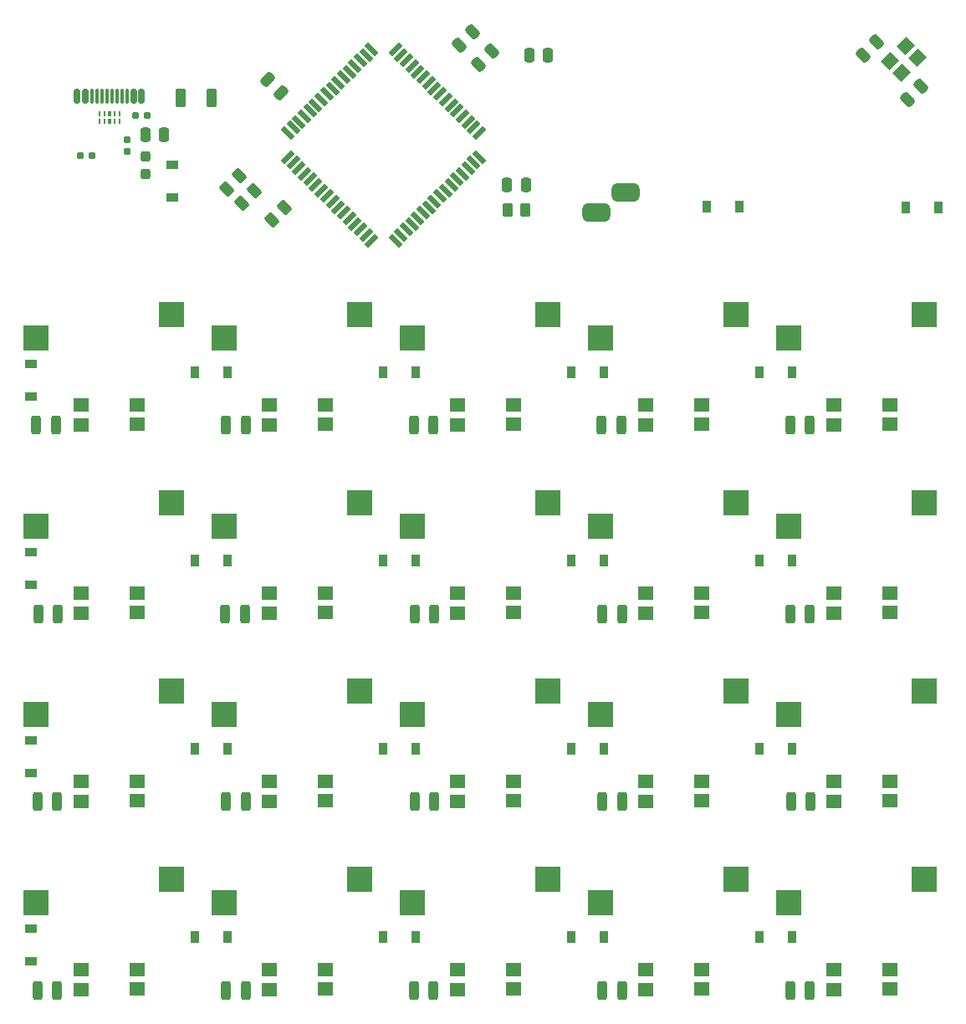
<source format=gbr>
%TF.GenerationSoftware,KiCad,Pcbnew,(6.0.4)*%
%TF.CreationDate,2022-05-25T20:16:13+02:00*%
%TF.ProjectId,MacroBoard-rounded,4d616372-6f42-46f6-9172-642d726f756e,rev?*%
%TF.SameCoordinates,Original*%
%TF.FileFunction,Paste,Bot*%
%TF.FilePolarity,Positive*%
%FSLAX46Y46*%
G04 Gerber Fmt 4.6, Leading zero omitted, Abs format (unit mm)*
G04 Created by KiCad (PCBNEW (6.0.4)) date 2022-05-25 20:16:13*
%MOMM*%
%LPD*%
G01*
G04 APERTURE LIST*
G04 Aperture macros list*
%AMRoundRect*
0 Rectangle with rounded corners*
0 $1 Rounding radius*
0 $2 $3 $4 $5 $6 $7 $8 $9 X,Y pos of 4 corners*
0 Add a 4 corners polygon primitive as box body*
4,1,4,$2,$3,$4,$5,$6,$7,$8,$9,$2,$3,0*
0 Add four circle primitives for the rounded corners*
1,1,$1+$1,$2,$3*
1,1,$1+$1,$4,$5*
1,1,$1+$1,$6,$7*
1,1,$1+$1,$8,$9*
0 Add four rect primitives between the rounded corners*
20,1,$1+$1,$2,$3,$4,$5,0*
20,1,$1+$1,$4,$5,$6,$7,0*
20,1,$1+$1,$6,$7,$8,$9,0*
20,1,$1+$1,$8,$9,$2,$3,0*%
%AMRotRect*
0 Rectangle, with rotation*
0 The origin of the aperture is its center*
0 $1 length*
0 $2 width*
0 $3 Rotation angle, in degrees counterclockwise*
0 Add horizontal line*
21,1,$1,$2,0,0,$3*%
G04 Aperture macros list end*
%ADD10R,1.600000X1.400000*%
%ADD11R,1.600000X1.420000*%
%ADD12R,1.600000X1.380000*%
%ADD13R,2.550000X2.500000*%
%ADD14RoundRect,0.250000X0.250000X0.700000X-0.250000X0.700000X-0.250000X-0.700000X0.250000X-0.700000X0*%
%ADD15R,0.900000X1.200000*%
%ADD16RoundRect,0.160000X0.197500X0.160000X-0.197500X0.160000X-0.197500X-0.160000X0.197500X-0.160000X0*%
%ADD17R,1.200000X0.900000*%
%ADD18RotRect,1.400000X1.200000X225.000000*%
%ADD19RoundRect,0.250000X0.512652X0.159099X0.159099X0.512652X-0.512652X-0.159099X-0.159099X-0.512652X0*%
%ADD20RoundRect,0.250000X-0.250000X-0.475000X0.250000X-0.475000X0.250000X0.475000X-0.250000X0.475000X0*%
%ADD21RoundRect,0.160000X-0.197500X-0.160000X0.197500X-0.160000X0.197500X0.160000X-0.197500X0.160000X0*%
%ADD22RoundRect,0.450000X0.950000X0.450000X-0.950000X0.450000X-0.950000X-0.450000X0.950000X-0.450000X0*%
%ADD23RoundRect,0.250000X0.275000X0.700000X-0.275000X0.700000X-0.275000X-0.700000X0.275000X-0.700000X0*%
%ADD24RoundRect,0.150000X-0.150000X-0.575000X0.150000X-0.575000X0.150000X0.575000X-0.150000X0.575000X0*%
%ADD25RoundRect,0.075000X-0.075000X-0.650000X0.075000X-0.650000X0.075000X0.650000X-0.075000X0.650000X0*%
%ADD26RoundRect,0.160000X-0.160000X0.197500X-0.160000X-0.197500X0.160000X-0.197500X0.160000X0.197500X0*%
%ADD27RoundRect,0.125000X0.000000X0.150000X0.000000X0.150000X0.000000X-0.150000X0.000000X-0.150000X0*%
%ADD28R,0.250000X0.550000*%
%ADD29R,0.300000X0.550000*%
%ADD30RoundRect,0.250000X0.159099X-0.512652X0.512652X-0.159099X-0.159099X0.512652X-0.512652X0.159099X0*%
%ADD31RoundRect,0.250000X0.132583X-0.503814X0.503814X-0.132583X-0.132583X0.503814X-0.503814X0.132583X0*%
%ADD32RoundRect,0.237500X-0.237500X0.287500X-0.237500X-0.287500X0.237500X-0.287500X0.237500X0.287500X0*%
%ADD33RoundRect,0.250000X-0.159099X0.512652X-0.512652X0.159099X0.159099X-0.512652X0.512652X-0.159099X0*%
%ADD34RoundRect,0.250000X-0.132583X0.503814X-0.503814X0.132583X0.132583X-0.503814X0.503814X-0.132583X0*%
%ADD35RotRect,1.500000X0.550000X225.000000*%
%ADD36RotRect,1.500000X0.550000X135.000000*%
%ADD37RoundRect,0.250000X-0.262500X-0.450000X0.262500X-0.450000X0.262500X0.450000X-0.262500X0.450000X0*%
G04 APERTURE END LIST*
D10*
%TO.C,D21*%
X83762500Y-71147500D03*
D11*
X83762500Y-69157500D03*
D10*
X78162500Y-69157500D03*
D12*
X78162500Y-71157500D03*
%TD*%
D13*
%TO.C,MX10*%
X125352500Y-79057500D03*
X111622500Y-81477500D03*
%TD*%
D10*
%TO.C,D37*%
X159962500Y-71147500D03*
D11*
X159962494Y-69157494D03*
D10*
X154362500Y-69157500D03*
D12*
X154362500Y-71157500D03*
%TD*%
D13*
%TO.C,MX18*%
X163452500Y-79057500D03*
X149722500Y-81477500D03*
%TD*%
%TO.C,MX5*%
X106302500Y-60007500D03*
X92572500Y-62427500D03*
%TD*%
D10*
%TO.C,D32*%
X121862500Y-128297500D03*
D11*
X121862500Y-126307500D03*
D10*
X116262500Y-126307500D03*
D12*
X116262500Y-128307500D03*
%TD*%
D10*
%TO.C,D34*%
X140912500Y-90197500D03*
D11*
X140912500Y-88207500D03*
D10*
X135312500Y-88207500D03*
D12*
X135312500Y-90207500D03*
%TD*%
D10*
%TO.C,D23*%
X83762500Y-109247500D03*
D11*
X83762500Y-107257500D03*
D10*
X78162500Y-107257500D03*
D12*
X78162500Y-109257500D03*
%TD*%
D10*
%TO.C,D25*%
X102812500Y-71147500D03*
D11*
X102812500Y-69157500D03*
D10*
X97212500Y-69157500D03*
D12*
X97212500Y-71157500D03*
%TD*%
D13*
%TO.C,MX20*%
X163452500Y-117157500D03*
X149722500Y-119577500D03*
%TD*%
%TO.C,MX2*%
X87252500Y-79057500D03*
X73522500Y-81477500D03*
%TD*%
%TO.C,MX7*%
X106302500Y-98107500D03*
X92572500Y-100527500D03*
%TD*%
%TO.C,MX1*%
X87252500Y-60007500D03*
X73522500Y-62427500D03*
%TD*%
%TO.C,MX3*%
X87252500Y-98107500D03*
X73522500Y-100527500D03*
%TD*%
%TO.C,MX6*%
X106302500Y-79057500D03*
X92572500Y-81477500D03*
%TD*%
%TO.C,MX17*%
X163452500Y-60007500D03*
X149722500Y-62427500D03*
%TD*%
%TO.C,MX11*%
X125352500Y-98107500D03*
X111622500Y-100527500D03*
%TD*%
%TO.C,MX9*%
X125352500Y-60007500D03*
X111622500Y-62427500D03*
%TD*%
%TO.C,MX16*%
X144402500Y-117157500D03*
X130672500Y-119577500D03*
%TD*%
D10*
%TO.C,D26*%
X102812500Y-90197500D03*
D11*
X102812500Y-88207500D03*
D10*
X97212500Y-88207500D03*
D12*
X97212500Y-90207500D03*
%TD*%
D10*
%TO.C,D38*%
X159962500Y-90197500D03*
D11*
X159962500Y-88207500D03*
D10*
X154362500Y-88207500D03*
D12*
X154362500Y-90207500D03*
%TD*%
D10*
%TO.C,D24*%
X83762500Y-128297500D03*
D11*
X83762500Y-126307500D03*
D10*
X78162500Y-126307500D03*
D12*
X78162500Y-128307500D03*
%TD*%
D10*
%TO.C,D22*%
X83762500Y-90197500D03*
D11*
X83762500Y-88207500D03*
D10*
X78162500Y-88207500D03*
D12*
X78162500Y-90207500D03*
%TD*%
D10*
%TO.C,D36*%
X140912500Y-128297500D03*
D11*
X140912500Y-126307500D03*
D10*
X135312500Y-126307500D03*
D12*
X135312500Y-128307500D03*
%TD*%
D13*
%TO.C,MX19*%
X163452500Y-98107500D03*
X149722500Y-100527500D03*
%TD*%
%TO.C,MX12*%
X125352500Y-117157500D03*
X111622500Y-119577500D03*
%TD*%
D10*
%TO.C,D33*%
X140912500Y-71147500D03*
D11*
X140912500Y-69157500D03*
D10*
X135312500Y-69157500D03*
D12*
X135312500Y-71157500D03*
%TD*%
D13*
%TO.C,MX8*%
X106302500Y-117157500D03*
X92572500Y-119577500D03*
%TD*%
D10*
%TO.C,D39*%
X159962500Y-109247500D03*
D11*
X159962500Y-107257500D03*
D10*
X154362500Y-107257500D03*
D12*
X154362500Y-109257500D03*
%TD*%
D10*
%TO.C,D30*%
X121862500Y-90197500D03*
D11*
X121862500Y-88207500D03*
D10*
X116262500Y-88207500D03*
D12*
X116262500Y-90207500D03*
%TD*%
D13*
%TO.C,MX4*%
X87252500Y-117157500D03*
X73522500Y-119577500D03*
%TD*%
D10*
%TO.C,D27*%
X102812500Y-109247500D03*
D11*
X102812500Y-107257500D03*
D10*
X97212500Y-107257500D03*
D12*
X97212500Y-109257500D03*
%TD*%
D10*
%TO.C,D40*%
X159962500Y-128297500D03*
D11*
X159962500Y-126307500D03*
D10*
X154362500Y-126307500D03*
D12*
X154362500Y-128307500D03*
%TD*%
D13*
%TO.C,MX14*%
X144402500Y-79057500D03*
X130672500Y-81477500D03*
%TD*%
D10*
%TO.C,D29*%
X121862500Y-71147500D03*
D11*
X121862500Y-69157500D03*
D10*
X116262500Y-69157500D03*
D12*
X116262500Y-71157500D03*
%TD*%
D13*
%TO.C,MX13*%
X144402500Y-60007500D03*
X130672500Y-62427500D03*
%TD*%
%TO.C,MX15*%
X144402500Y-98107500D03*
X130672500Y-100527500D03*
%TD*%
D10*
%TO.C,D35*%
X140912500Y-109247500D03*
D11*
X140912500Y-107257500D03*
D10*
X135312500Y-107257500D03*
D12*
X135312500Y-109257500D03*
%TD*%
D10*
%TO.C,D28*%
X102812500Y-128297500D03*
D11*
X102812500Y-126307500D03*
D10*
X97212500Y-126307500D03*
D12*
X97212500Y-128307500D03*
%TD*%
D10*
%TO.C,D31*%
X121862500Y-109247500D03*
D11*
X121862500Y-107257500D03*
D10*
X116262500Y-107257500D03*
D12*
X116262500Y-109257500D03*
%TD*%
D14*
%TO.C,C10*%
X75800000Y-90300000D03*
X73800000Y-90300000D03*
%TD*%
D15*
%TO.C,D42*%
X141450000Y-49100000D03*
X144750000Y-49100000D03*
%TD*%
D16*
%TO.C,R1*%
X79247500Y-43950000D03*
X78052500Y-43950000D03*
%TD*%
D14*
%TO.C,C14*%
X94700000Y-90300000D03*
X92700000Y-90300000D03*
%TD*%
%TO.C,C21*%
X132800000Y-71200000D03*
X130800000Y-71200000D03*
%TD*%
D15*
%TO.C,D43*%
X161650000Y-49200000D03*
X164950000Y-49200000D03*
%TD*%
D14*
%TO.C,C13*%
X94800000Y-71200000D03*
X92800000Y-71200000D03*
%TD*%
D17*
%TO.C,D1*%
X73025000Y-68325000D03*
X73025000Y-65025000D03*
%TD*%
D15*
%TO.C,D8*%
X89631250Y-123031250D03*
X92931250Y-123031250D03*
%TD*%
%TO.C,D17*%
X146781250Y-65881250D03*
X150081250Y-65881250D03*
%TD*%
D14*
%TO.C,C16*%
X94800000Y-128400000D03*
X92800000Y-128400000D03*
%TD*%
%TO.C,C28*%
X151900000Y-128400000D03*
X149900000Y-128400000D03*
%TD*%
D15*
%TO.C,D16*%
X127731250Y-123031250D03*
X131031250Y-123031250D03*
%TD*%
D18*
%TO.C,Y1*%
X162772759Y-34027241D03*
X161217124Y-35582876D03*
X160015043Y-34380795D03*
X161570678Y-32825160D03*
%TD*%
D15*
%TO.C,D7*%
X89631250Y-103981250D03*
X92931250Y-103981250D03*
%TD*%
D19*
%TO.C,C7*%
X98371751Y-37571751D03*
X97028249Y-36228249D03*
%TD*%
D17*
%TO.C,D3*%
X73025000Y-106425000D03*
X73025000Y-103125000D03*
%TD*%
D15*
%TO.C,D12*%
X108681250Y-123031250D03*
X111981250Y-123031250D03*
%TD*%
D20*
%TO.C,C2*%
X121250000Y-46900000D03*
X123150000Y-46900000D03*
%TD*%
D14*
%TO.C,C9*%
X75600000Y-71200000D03*
X73600000Y-71200000D03*
%TD*%
D17*
%TO.C,D41*%
X87400000Y-44850000D03*
X87400000Y-48150000D03*
%TD*%
D15*
%TO.C,D5*%
X89631250Y-65881250D03*
X92931250Y-65881250D03*
%TD*%
D14*
%TO.C,C15*%
X94800000Y-109300000D03*
X92800000Y-109300000D03*
%TD*%
%TO.C,C23*%
X132900000Y-109300000D03*
X130900000Y-109300000D03*
%TD*%
D21*
%TO.C,R7*%
X83602500Y-39900000D03*
X84797500Y-39900000D03*
%TD*%
D14*
%TO.C,C18*%
X113900000Y-90300000D03*
X111900000Y-90300000D03*
%TD*%
%TO.C,C27*%
X152000000Y-109300000D03*
X150000000Y-109300000D03*
%TD*%
%TO.C,C20*%
X113800000Y-128400000D03*
X111800000Y-128400000D03*
%TD*%
D20*
%TO.C,C1*%
X84647500Y-41800000D03*
X86547500Y-41800000D03*
%TD*%
D15*
%TO.C,D18*%
X146781250Y-84931250D03*
X150081250Y-84931250D03*
%TD*%
D17*
%TO.C,D2*%
X73025000Y-87375000D03*
X73025000Y-84075000D03*
%TD*%
D15*
%TO.C,D10*%
X108681250Y-84931250D03*
X111981250Y-84931250D03*
%TD*%
%TO.C,D11*%
X108681250Y-103981250D03*
X111981250Y-103981250D03*
%TD*%
D22*
%TO.C,SW1*%
X133262500Y-47700000D03*
X130262500Y-49700000D03*
%TD*%
D23*
%TO.C,L1*%
X91375000Y-38050000D03*
X88225000Y-38050000D03*
%TD*%
D24*
%TO.C,J1*%
X77747500Y-37925000D03*
X78547500Y-37925000D03*
D25*
X79747500Y-37925000D03*
X80743500Y-37925000D03*
X81247500Y-37925000D03*
X82247500Y-37925000D03*
D24*
X84247500Y-37925000D03*
X83447500Y-37925000D03*
D25*
X82747500Y-37925000D03*
X81747500Y-37925000D03*
X80247500Y-37925000D03*
X79247500Y-37925000D03*
%TD*%
D26*
%TO.C,R2*%
X82750000Y-42352500D03*
X82750000Y-43547500D03*
%TD*%
D14*
%TO.C,C19*%
X113900000Y-109300000D03*
X111900000Y-109300000D03*
%TD*%
%TO.C,C24*%
X132900000Y-128400000D03*
X130900000Y-128400000D03*
%TD*%
D27*
%TO.C,U2*%
X81997500Y-40435000D03*
D28*
X81497500Y-40435000D03*
D29*
X80997500Y-40435000D03*
D28*
X80497500Y-40435000D03*
X79997500Y-40435000D03*
X79997500Y-39665000D03*
X80497500Y-39665000D03*
D29*
X80997500Y-39665000D03*
D28*
X81497500Y-39665000D03*
X81997500Y-39665000D03*
%TD*%
D20*
%TO.C,C8*%
X123500000Y-33750000D03*
X125400000Y-33750000D03*
%TD*%
D15*
%TO.C,D14*%
X127731250Y-84931250D03*
X131031250Y-84931250D03*
%TD*%
D30*
%TO.C,C6*%
X157322150Y-33775769D03*
X158665652Y-32432267D03*
%TD*%
D31*
%TO.C,R4*%
X94354765Y-48795235D03*
X95645235Y-47504765D03*
%TD*%
D14*
%TO.C,C17*%
X113800000Y-71200000D03*
X111800000Y-71200000D03*
%TD*%
D31*
%TO.C,R3*%
X92854765Y-47295235D03*
X94145235Y-46004765D03*
%TD*%
D32*
%TO.C,F1*%
X84647500Y-44025000D03*
X84647500Y-45775000D03*
%TD*%
D15*
%TO.C,D6*%
X89631250Y-84931250D03*
X92931250Y-84931250D03*
%TD*%
D17*
%TO.C,D4*%
X73025000Y-125475000D03*
X73025000Y-122175000D03*
%TD*%
D14*
%TO.C,C25*%
X151900000Y-71200000D03*
X149900000Y-71200000D03*
%TD*%
D33*
%TO.C,C5*%
X163165652Y-36932267D03*
X161822150Y-38275769D03*
%TD*%
D34*
%TO.C,R5*%
X98745235Y-49154765D03*
X97454765Y-50445235D03*
%TD*%
D35*
%TO.C,U1*%
X109938982Y-33172437D03*
X110504667Y-33738123D03*
X111070352Y-34303808D03*
X111636038Y-34869493D03*
X112201723Y-35435179D03*
X112767409Y-36000864D03*
X113333094Y-36566550D03*
X113898780Y-37132235D03*
X114464465Y-37697920D03*
X115030150Y-38263606D03*
X115595836Y-38829291D03*
X116161521Y-39394977D03*
X116727207Y-39960662D03*
X117292892Y-40526348D03*
X117858577Y-41092033D03*
X118424263Y-41657718D03*
D36*
X118424263Y-44061882D03*
X117858577Y-44627567D03*
X117292892Y-45193252D03*
X116727207Y-45758938D03*
X116161521Y-46324623D03*
X115595836Y-46890309D03*
X115030150Y-47455994D03*
X114464465Y-48021680D03*
X113898780Y-48587365D03*
X113333094Y-49153050D03*
X112767409Y-49718736D03*
X112201723Y-50284421D03*
X111636038Y-50850107D03*
X111070352Y-51415792D03*
X110504667Y-51981477D03*
X109938982Y-52547163D03*
D35*
X107534818Y-52547163D03*
X106969133Y-51981477D03*
X106403448Y-51415792D03*
X105837762Y-50850107D03*
X105272077Y-50284421D03*
X104706391Y-49718736D03*
X104140706Y-49153050D03*
X103575020Y-48587365D03*
X103009335Y-48021680D03*
X102443650Y-47455994D03*
X101877964Y-46890309D03*
X101312279Y-46324623D03*
X100746593Y-45758938D03*
X100180908Y-45193252D03*
X99615223Y-44627567D03*
X99049537Y-44061882D03*
D36*
X99049537Y-41657718D03*
X99615223Y-41092033D03*
X100180908Y-40526348D03*
X100746593Y-39960662D03*
X101312279Y-39394977D03*
X101877964Y-38829291D03*
X102443650Y-38263606D03*
X103009335Y-37697920D03*
X103575020Y-37132235D03*
X104140706Y-36566550D03*
X104706391Y-36000864D03*
X105272077Y-35435179D03*
X105837762Y-34869493D03*
X106403448Y-34303808D03*
X106969133Y-33738123D03*
X107534818Y-33172437D03*
%TD*%
D15*
%TO.C,D13*%
X127731250Y-65881250D03*
X131031250Y-65881250D03*
%TD*%
%TO.C,D9*%
X108681250Y-65881250D03*
X111981250Y-65881250D03*
%TD*%
%TO.C,D19*%
X146781250Y-103981250D03*
X150081250Y-103981250D03*
%TD*%
D14*
%TO.C,C12*%
X75700000Y-128400000D03*
X73700000Y-128400000D03*
%TD*%
D30*
%TO.C,C4*%
X118328249Y-34671751D03*
X119671751Y-33328249D03*
%TD*%
D14*
%TO.C,C26*%
X151900000Y-90300000D03*
X149900000Y-90300000D03*
%TD*%
D15*
%TO.C,D20*%
X146781250Y-123031250D03*
X150081250Y-123031250D03*
%TD*%
D14*
%TO.C,C22*%
X132900000Y-90300000D03*
X130900000Y-90300000D03*
%TD*%
D15*
%TO.C,D15*%
X127731250Y-103981250D03*
X131031250Y-103981250D03*
%TD*%
D37*
%TO.C,R6*%
X121273200Y-49415700D03*
X123098200Y-49415700D03*
%TD*%
D30*
%TO.C,C3*%
X116428249Y-32771751D03*
X117771751Y-31428249D03*
%TD*%
D14*
%TO.C,C11*%
X75700000Y-109300000D03*
X73700000Y-109300000D03*
%TD*%
M02*

</source>
